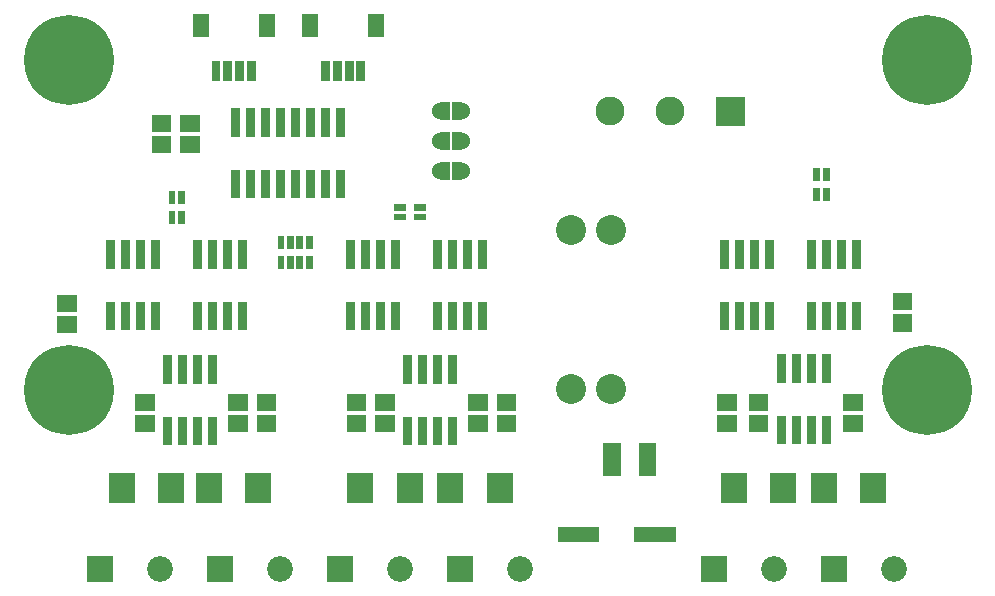
<source format=gbr>
G04 start of page 6 for group -4063 idx -4063 *
G04 Title: (unknown), componentmask *
G04 Creator: pcb 20140316 *
G04 CreationDate: Tue 26 Feb 2019 04:39:58 AM GMT UTC *
G04 For: railfan *
G04 Format: Gerber/RS-274X *
G04 PCB-Dimensions (mil): 3200.00 2000.00 *
G04 PCB-Coordinate-Origin: lower left *
%MOIN*%
%FSLAX25Y25*%
%LNTOPMASK*%
%ADD63R,0.0490X0.0490*%
%ADD62R,0.0867X0.0867*%
%ADD61R,0.0572X0.0572*%
%ADD60C,0.0600*%
%ADD59R,0.0532X0.0532*%
%ADD58R,0.0296X0.0296*%
%ADD57R,0.0227X0.0227*%
%ADD56R,0.0300X0.0300*%
%ADD55C,0.0960*%
%ADD54C,0.2997*%
%ADD53C,0.1000*%
%ADD52C,0.0860*%
%ADD51C,0.0001*%
G54D51*G36*
X227700Y17800D02*Y9200D01*
X236300D01*
Y17800D01*
X227700D01*
G37*
G54D52*X252000Y13500D03*
G54D51*G36*
X267700Y17800D02*Y9200D01*
X276300D01*
Y17800D01*
X267700D01*
G37*
G54D52*X292000Y13500D03*
G54D53*X184300Y73500D03*
X197700D03*
G54D54*X303000Y73000D03*
G54D51*G36*
X143200Y17800D02*Y9200D01*
X151800D01*
Y17800D01*
X143200D01*
G37*
G54D52*X167500Y13500D03*
G54D51*G36*
X103200Y17800D02*Y9200D01*
X111800D01*
Y17800D01*
X103200D01*
G37*
G54D52*X127500Y13500D03*
G54D51*G36*
X63200Y17800D02*Y9200D01*
X71800D01*
Y17800D01*
X63200D01*
G37*
G36*
X23200D02*Y9200D01*
X31800D01*
Y17800D01*
X23200D01*
G37*
G54D52*X47500Y13500D03*
G54D54*X17000Y73000D03*
G54D52*X87500Y13500D03*
G54D54*X303000Y183000D03*
X17000D03*
G54D51*G36*
X232700Y170800D02*Y161200D01*
X242300D01*
Y170800D01*
X232700D01*
G37*
G54D55*X217500Y166000D03*
X197500D03*
G54D53*X184300Y126500D03*
X197700D03*
G54D56*X87500Y145000D02*Y138500D01*
X92500Y145000D02*Y138500D01*
X97500Y145000D02*Y138500D01*
X102500Y145000D02*Y138500D01*
X107500Y145000D02*Y138500D01*
X121000Y121500D02*Y115000D01*
X116000Y121500D02*Y115000D01*
X111000Y121500D02*Y115000D01*
G54D57*X126565Y133950D02*X128435D01*
X126565Y130800D02*X128435D01*
G54D56*X126000Y121500D02*Y115000D01*
G54D57*X133261Y133950D02*X135131D01*
X97224Y123283D02*Y121413D01*
X94075Y123283D02*Y121413D01*
X90925Y123283D02*Y121413D01*
X87776Y123283D02*Y121413D01*
G54D56*X107500Y165500D02*Y159000D01*
G54D58*X114406Y181370D02*Y177630D01*
X110469Y181370D02*Y177630D01*
X106531Y181370D02*Y177630D01*
G54D59*X119524Y195937D02*Y193575D01*
G54D56*X102500Y165500D02*Y159000D01*
G54D58*X102594Y181370D02*Y177630D01*
G54D59*X97476Y195937D02*Y193575D01*
G54D56*X97500Y165500D02*Y159000D01*
X92500Y165500D02*Y159000D01*
X87500Y165500D02*Y159000D01*
X82500Y165500D02*Y159000D01*
X77500Y165500D02*Y159000D01*
X72500Y165500D02*Y159000D01*
G54D58*X77906Y181370D02*Y177630D01*
X73969Y181370D02*Y177630D01*
G54D59*X83024Y195937D02*Y193575D01*
G54D58*X70031Y181370D02*Y177630D01*
X66094Y181370D02*Y177630D01*
G54D59*X60976Y195937D02*Y193575D01*
G54D60*X147900Y166000D03*
G54D56*X146400Y167500D02*Y164500D01*
G54D60*X141100Y166000D03*
G54D56*X142600Y167500D02*Y164500D01*
G54D60*X147900Y156000D03*
G54D56*X146400Y157500D02*Y154500D01*
G54D60*X141100Y156000D03*
G54D56*X142600Y157500D02*Y154500D01*
G54D60*X147900Y146000D03*
G54D56*X146400Y147500D02*Y144500D01*
G54D60*X141100Y146000D03*
G54D56*X142600Y147500D02*Y144500D01*
X150000Y121500D02*Y115000D01*
X145000Y121500D02*Y115000D01*
G54D61*X162607Y69043D02*X163393D01*
X162607Y61957D02*X163393D01*
X153107Y69000D02*X153893D01*
X153107Y61914D02*X153893D01*
G54D56*X145000Y83250D02*Y76750D01*
X135000Y83250D02*Y76750D01*
X130000Y62750D02*Y56250D01*
X135000Y62750D02*Y56250D01*
X140000Y62750D02*Y56250D01*
X145000Y62750D02*Y56250D01*
G54D62*X144233Y41287D02*Y39713D01*
X160768Y41287D02*Y39713D01*
G54D61*X198095Y52755D02*Y47245D01*
X209905Y52755D02*Y47245D01*
G54D63*X182450Y25000D02*X191450D01*
X207950D02*X217050D01*
G54D56*X140000Y83250D02*Y76750D01*
X130000Y83250D02*Y76750D01*
X155000Y121500D02*Y115000D01*
X140000Y121500D02*Y115000D01*
Y101000D02*Y94500D01*
X145000Y101000D02*Y94500D01*
X150000Y101000D02*Y94500D01*
X155000Y101000D02*Y94500D01*
X72500Y145000D02*Y138500D01*
X77500Y145000D02*Y138500D01*
X82500Y145000D02*Y138500D01*
G54D57*X51425Y131587D02*Y129717D01*
X54575Y131587D02*Y129717D01*
G54D61*X16107Y102043D02*X16893D01*
X16107Y94957D02*X16893D01*
G54D56*X31000Y101000D02*Y94500D01*
X46000Y121500D02*Y115000D01*
X41000Y121500D02*Y115000D01*
X36000Y121500D02*Y115000D01*
X31000Y121500D02*Y115000D01*
G54D61*X47607Y154957D02*X48393D01*
X47607Y162043D02*X48393D01*
G54D57*X54575Y138283D02*Y136413D01*
X51425Y138283D02*Y136413D01*
G54D61*X57107Y154957D02*X57893D01*
X57107Y162043D02*X57893D01*
G54D57*X133261Y130800D02*X135131D01*
G54D61*X112607Y69043D02*X113393D01*
X112607Y61957D02*X113393D01*
X122107Y69043D02*X122893D01*
X122107Y61957D02*X122893D01*
G54D62*X130767Y41287D02*Y39713D01*
X114232Y41287D02*Y39713D01*
G54D56*X111000Y101000D02*Y94500D01*
X116000Y101000D02*Y94500D01*
X121000Y101000D02*Y94500D01*
X126000Y101000D02*Y94500D01*
X36000Y101000D02*Y94500D01*
X41000Y101000D02*Y94500D01*
X46000Y101000D02*Y94500D01*
X75000Y121500D02*Y115000D01*
X70000Y121500D02*Y115000D01*
X65000Y121500D02*Y115000D01*
X60000Y121500D02*Y115000D01*
Y101000D02*Y94500D01*
X65000Y101000D02*Y94500D01*
X70000Y101000D02*Y94500D01*
X75000Y101000D02*Y94500D01*
G54D57*X87776Y116587D02*Y114717D01*
X90925Y116587D02*Y114717D01*
X94075Y116587D02*Y114717D01*
X97224Y116587D02*Y114717D01*
G54D61*X82607Y69043D02*X83393D01*
X82607Y61957D02*X83393D01*
G54D62*X80268Y41287D02*Y39713D01*
G54D61*X73107Y69043D02*X73893D01*
X42107D02*X42893D01*
X73107Y61957D02*X73893D01*
G54D56*X50000Y62750D02*Y56250D01*
X55000Y62750D02*Y56250D01*
X60000Y62750D02*Y56250D01*
X65000Y62750D02*Y56250D01*
G54D61*X42107Y61957D02*X42893D01*
G54D56*X65000Y83250D02*Y76750D01*
G54D62*X63733Y41287D02*Y39713D01*
G54D56*X60000Y83250D02*Y76750D01*
X55000Y83250D02*Y76750D01*
X50000Y83250D02*Y76750D01*
G54D62*X51267Y41287D02*Y39713D01*
X34732Y41287D02*Y39713D01*
G54D61*X294607Y102543D02*X295393D01*
X294607Y95457D02*X295393D01*
G54D56*X274500Y101000D02*Y94500D01*
X279500Y101000D02*Y94500D01*
X269500Y83500D02*Y77000D01*
Y101000D02*Y94500D01*
X264500Y83500D02*Y77000D01*
Y63000D02*Y56500D01*
Y101000D02*Y94500D01*
X279500Y121500D02*Y115000D01*
X274500Y121500D02*Y115000D01*
X269500Y121500D02*Y115000D01*
X264500Y121500D02*Y115000D01*
X240500Y121500D02*Y115000D01*
X235500Y121500D02*Y115000D01*
Y101000D02*Y94500D01*
X240500Y101000D02*Y94500D01*
X245500Y101000D02*Y94500D01*
X250500Y101000D02*Y94500D01*
Y121500D02*Y115000D01*
X245500Y121500D02*Y115000D01*
G54D57*X269500Y145935D02*Y144065D01*
X266350Y145935D02*Y144065D01*
Y139239D02*Y137369D01*
X269500Y139239D02*Y137369D01*
G54D56*X259500Y83500D02*Y77000D01*
X254500Y83500D02*Y77000D01*
Y63000D02*Y56500D01*
X259500Y63000D02*Y56500D01*
G54D62*X255267Y41287D02*Y39713D01*
G54D61*X236107Y69043D02*X236893D01*
X236107Y61957D02*X236893D01*
G54D62*X238732Y41287D02*Y39713D01*
G54D61*X246607Y69043D02*X247393D01*
X246607Y61957D02*X247393D01*
G54D56*X269500Y63000D02*Y56500D01*
G54D62*X268733Y41287D02*Y39713D01*
X285268Y41287D02*Y39713D01*
G54D61*X278107Y69086D02*X278893D01*
X278107Y62000D02*X278893D01*
M02*

</source>
